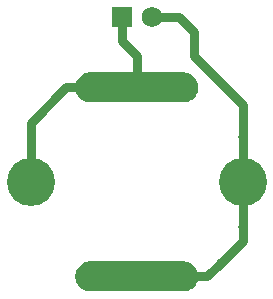
<source format=gtl>
G04 #@! TF.GenerationSoftware,KiCad,Pcbnew,6.0.0-rc1-unknown-7dfc4e3~65~ubuntu18.04.1*
G04 #@! TF.CreationDate,2018-07-28T12:07:41+05:30*
G04 #@! TF.ProjectId,airmount,6169726D6F756E742E6B696361645F70,rev?*
G04 #@! TF.SameCoordinates,Original*
G04 #@! TF.FileFunction,Copper,L1,Top,Signal*
G04 #@! TF.FilePolarity,Positive*
%FSLAX46Y46*%
G04 Gerber Fmt 4.6, Leading zero omitted, Abs format (unit mm)*
G04 Created by KiCad (PCBNEW 6.0.0-rc1-unknown-7dfc4e3~65~ubuntu18.04.1) date Sat Jul 28 12:07:41 2018*
%MOMM*%
%LPD*%
G01*
G04 APERTURE LIST*
G04 #@! TA.AperFunction,ComponentPad*
%ADD10C,4.064000*%
G04 #@! TD*
G04 #@! TA.AperFunction,Conductor*
%ADD11C,0.100000*%
G04 #@! TD*
G04 #@! TA.AperFunction,ComponentPad*
%ADD12C,2.540000*%
G04 #@! TD*
G04 #@! TA.AperFunction,ComponentPad*
%ADD13R,1.750000X1.750000*%
G04 #@! TD*
G04 #@! TA.AperFunction,ComponentPad*
%ADD14C,1.750000*%
G04 #@! TD*
G04 #@! TA.AperFunction,ViaPad*
%ADD15C,0.800000*%
G04 #@! TD*
G04 #@! TA.AperFunction,Conductor*
%ADD16C,0.762000*%
G04 #@! TD*
G04 APERTURE END LIST*
D10*
G04 #@! TO.P,M1,2*
G04 #@! TO.N,GND*
X135991600Y-88900000D03*
G04 #@! TO.P,M1,1*
G04 #@! TO.N,Net-(J1-Pad1)*
X118008400Y-88900000D03*
G04 #@! TD*
D11*
G04 #@! TO.N,GND*
G04 #@! TO.C,M2*
G36*
X131061482Y-95637114D02*
X131184765Y-95655402D01*
X131305662Y-95685685D01*
X131423008Y-95727672D01*
X131535674Y-95780959D01*
X131642574Y-95845033D01*
X131742679Y-95919276D01*
X131835026Y-96002973D01*
X131918723Y-96095320D01*
X131992966Y-96195425D01*
X132057040Y-96302325D01*
X132110327Y-96414991D01*
X132152314Y-96532337D01*
X132182597Y-96653234D01*
X132200885Y-96776517D01*
X132207000Y-96900999D01*
X132207000Y-96901001D01*
X132200885Y-97025483D01*
X132182597Y-97148766D01*
X132152314Y-97269663D01*
X132110327Y-97387009D01*
X132057040Y-97499675D01*
X131992966Y-97606575D01*
X131918723Y-97706680D01*
X131835026Y-97799027D01*
X131742679Y-97882724D01*
X131642574Y-97956967D01*
X131535674Y-98021041D01*
X131423008Y-98074328D01*
X131305662Y-98116315D01*
X131184765Y-98146598D01*
X131061482Y-98164886D01*
X130937000Y-98171001D01*
X123063000Y-98171001D01*
X122938518Y-98164886D01*
X122815235Y-98146598D01*
X122694338Y-98116315D01*
X122576992Y-98074328D01*
X122464326Y-98021041D01*
X122357426Y-97956967D01*
X122257321Y-97882724D01*
X122164974Y-97799027D01*
X122081277Y-97706680D01*
X122007034Y-97606575D01*
X121942960Y-97499675D01*
X121889673Y-97387009D01*
X121847686Y-97269663D01*
X121817403Y-97148766D01*
X121799115Y-97025483D01*
X121793000Y-96901001D01*
X121793000Y-96900999D01*
X121799115Y-96776517D01*
X121817403Y-96653234D01*
X121847686Y-96532337D01*
X121889673Y-96414991D01*
X121942960Y-96302325D01*
X122007034Y-96195425D01*
X122081277Y-96095320D01*
X122164974Y-96002973D01*
X122257321Y-95919276D01*
X122357426Y-95845033D01*
X122464326Y-95780959D01*
X122576992Y-95727672D01*
X122694338Y-95685685D01*
X122815235Y-95655402D01*
X122938518Y-95637114D01*
X123063000Y-95630999D01*
X130937000Y-95630999D01*
X131061482Y-95637114D01*
X131061482Y-95637114D01*
G37*
D12*
G04 #@! TD*
G04 #@! TO.P,M2,2*
G04 #@! TO.N,GND*
X127000000Y-96901000D03*
D11*
G04 #@! TO.N,Net-(J1-Pad1)*
G04 #@! TO.C,M2*
G36*
X131061482Y-79635114D02*
X131184765Y-79653402D01*
X131305662Y-79683685D01*
X131423008Y-79725672D01*
X131535674Y-79778959D01*
X131642574Y-79843033D01*
X131742679Y-79917276D01*
X131835026Y-80000973D01*
X131918723Y-80093320D01*
X131992966Y-80193425D01*
X132057040Y-80300325D01*
X132110327Y-80412991D01*
X132152314Y-80530337D01*
X132182597Y-80651234D01*
X132200885Y-80774517D01*
X132207000Y-80898999D01*
X132207000Y-80899001D01*
X132200885Y-81023483D01*
X132182597Y-81146766D01*
X132152314Y-81267663D01*
X132110327Y-81385009D01*
X132057040Y-81497675D01*
X131992966Y-81604575D01*
X131918723Y-81704680D01*
X131835026Y-81797027D01*
X131742679Y-81880724D01*
X131642574Y-81954967D01*
X131535674Y-82019041D01*
X131423008Y-82072328D01*
X131305662Y-82114315D01*
X131184765Y-82144598D01*
X131061482Y-82162886D01*
X130937000Y-82169001D01*
X123063000Y-82169001D01*
X122938518Y-82162886D01*
X122815235Y-82144598D01*
X122694338Y-82114315D01*
X122576992Y-82072328D01*
X122464326Y-82019041D01*
X122357426Y-81954967D01*
X122257321Y-81880724D01*
X122164974Y-81797027D01*
X122081277Y-81704680D01*
X122007034Y-81604575D01*
X121942960Y-81497675D01*
X121889673Y-81385009D01*
X121847686Y-81267663D01*
X121817403Y-81146766D01*
X121799115Y-81023483D01*
X121793000Y-80899001D01*
X121793000Y-80898999D01*
X121799115Y-80774517D01*
X121817403Y-80651234D01*
X121847686Y-80530337D01*
X121889673Y-80412991D01*
X121942960Y-80300325D01*
X122007034Y-80193425D01*
X122081277Y-80093320D01*
X122164974Y-80000973D01*
X122257321Y-79917276D01*
X122357426Y-79843033D01*
X122464326Y-79778959D01*
X122576992Y-79725672D01*
X122694338Y-79683685D01*
X122815235Y-79653402D01*
X122938518Y-79635114D01*
X123063000Y-79628999D01*
X130937000Y-79628999D01*
X131061482Y-79635114D01*
X131061482Y-79635114D01*
G37*
D12*
G04 #@! TD*
G04 #@! TO.P,M2,1*
G04 #@! TO.N,Net-(J1-Pad1)*
X127000000Y-80899000D03*
D13*
G04 #@! TO.P,J1,1*
G04 #@! TO.N,Net-(J1-Pad1)*
X125780800Y-74941800D03*
D14*
G04 #@! TO.P,J1,2*
G04 #@! TO.N,GND*
X128280800Y-74941800D03*
G04 #@! TD*
D15*
G04 #@! TO.N,GND*
X135991600Y-85090000D03*
X135991600Y-92710000D03*
X134112000Y-95758000D03*
X134366000Y-80772000D03*
G04 #@! TD*
D16*
G04 #@! TO.N,GND*
X132969000Y-96901000D02*
X127000000Y-96901000D01*
X135991600Y-93878400D02*
X134112000Y-95758000D01*
X135991600Y-88900000D02*
X135991600Y-92710000D01*
X130567800Y-74941800D02*
X128280800Y-74941800D01*
X131826000Y-76200000D02*
X130567800Y-74941800D01*
X131826000Y-78232000D02*
X131826000Y-76200000D01*
X135991600Y-88900000D02*
X135991600Y-85090000D01*
X135991600Y-82397600D02*
X134366000Y-80772000D01*
X135991600Y-85090000D02*
X135991600Y-82397600D01*
X135991600Y-92710000D02*
X135991600Y-93878400D01*
X134112000Y-95758000D02*
X132969000Y-96901000D01*
X134366000Y-80772000D02*
X131826000Y-78232000D01*
G04 #@! TO.N,Net-(J1-Pad1)*
X125780800Y-77012800D02*
X127000000Y-78232000D01*
X125780800Y-74941800D02*
X125780800Y-77012800D01*
X127000000Y-78232000D02*
X127000000Y-80899000D01*
X118008400Y-85598000D02*
X118008400Y-88900000D01*
X118008400Y-83921600D02*
X118008400Y-85598000D01*
X127000000Y-80899000D02*
X121031000Y-80899000D01*
X121031000Y-80899000D02*
X118008400Y-83921600D01*
G04 #@! TD*
M02*

</source>
